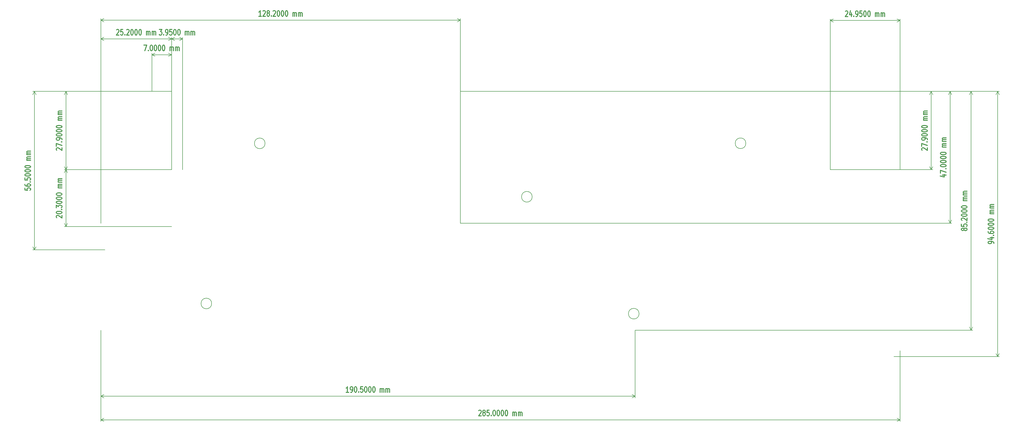
<source format=gbr>
%TF.GenerationSoftware,KiCad,Pcbnew,(6.0.4)*%
%TF.CreationDate,2022-10-29T20:57:45+01:00*%
%TF.ProjectId,nova75,6e6f7661-3735-42e6-9b69-6361645f7063,rev?*%
%TF.SameCoordinates,Original*%
%TF.FileFunction,Other,Comment*%
%FSLAX46Y46*%
G04 Gerber Fmt 4.6, Leading zero omitted, Abs format (unit mm)*
G04 Created by KiCad (PCBNEW (6.0.4)) date 2022-10-29 20:57:45*
%MOMM*%
%LPD*%
G01*
G04 APERTURE LIST*
%ADD10C,0.304800*%
%ADD11C,0.200000*%
%ADD12C,0.150000*%
G04 APERTURE END LIST*
D10*
X1834900Y-85983192D02*
X1834900Y-86708907D01*
X2802519Y-86781478D01*
X2705757Y-86708907D01*
X2608995Y-86563764D01*
X2608995Y-86200907D01*
X2705757Y-86055764D01*
X2802519Y-85983192D01*
X2996042Y-85910621D01*
X3479852Y-85910621D01*
X3673376Y-85983192D01*
X3770138Y-86055764D01*
X3866900Y-86200907D01*
X3866900Y-86563764D01*
X3770138Y-86708907D01*
X3673376Y-86781478D01*
X1834900Y-84604335D02*
X1834900Y-84894621D01*
X1931661Y-85039764D01*
X2028423Y-85112335D01*
X2318709Y-85257478D01*
X2705757Y-85330050D01*
X3479852Y-85330050D01*
X3673376Y-85257478D01*
X3770138Y-85184907D01*
X3866900Y-85039764D01*
X3866900Y-84749478D01*
X3770138Y-84604335D01*
X3673376Y-84531764D01*
X3479852Y-84459192D01*
X2996042Y-84459192D01*
X2802519Y-84531764D01*
X2705757Y-84604335D01*
X2608995Y-84749478D01*
X2608995Y-85039764D01*
X2705757Y-85184907D01*
X2802519Y-85257478D01*
X2996042Y-85330050D01*
X3673376Y-83806050D02*
X3770138Y-83733478D01*
X3866900Y-83806050D01*
X3770138Y-83878621D01*
X3673376Y-83806050D01*
X3866900Y-83806050D01*
X1834900Y-82354621D02*
X1834900Y-83080335D01*
X2802519Y-83152907D01*
X2705757Y-83080335D01*
X2608995Y-82935192D01*
X2608995Y-82572335D01*
X2705757Y-82427192D01*
X2802519Y-82354621D01*
X2996042Y-82282050D01*
X3479852Y-82282050D01*
X3673376Y-82354621D01*
X3770138Y-82427192D01*
X3866900Y-82572335D01*
X3866900Y-82935192D01*
X3770138Y-83080335D01*
X3673376Y-83152907D01*
X1834900Y-81338621D02*
X1834900Y-81193478D01*
X1931662Y-81048335D01*
X2028423Y-80975764D01*
X2221947Y-80903192D01*
X2608995Y-80830621D01*
X3092804Y-80830621D01*
X3479852Y-80903192D01*
X3673376Y-80975764D01*
X3770138Y-81048335D01*
X3866900Y-81193478D01*
X3866900Y-81338621D01*
X3770138Y-81483764D01*
X3673376Y-81556335D01*
X3479852Y-81628907D01*
X3092804Y-81701478D01*
X2608995Y-81701478D01*
X2221947Y-81628907D01*
X2028423Y-81556335D01*
X1931662Y-81483764D01*
X1834900Y-81338621D01*
X1834900Y-79887192D02*
X1834900Y-79742050D01*
X1931662Y-79596907D01*
X2028423Y-79524335D01*
X2221947Y-79451764D01*
X2608995Y-79379192D01*
X3092804Y-79379192D01*
X3479852Y-79451764D01*
X3673376Y-79524335D01*
X3770138Y-79596907D01*
X3866900Y-79742050D01*
X3866900Y-79887192D01*
X3770138Y-80032335D01*
X3673376Y-80104907D01*
X3479852Y-80177478D01*
X3092804Y-80250050D01*
X2608995Y-80250050D01*
X2221947Y-80177478D01*
X2028423Y-80104907D01*
X1931662Y-80032335D01*
X1834900Y-79887192D01*
X1834900Y-78435764D02*
X1834900Y-78290621D01*
X1931662Y-78145478D01*
X2028423Y-78072907D01*
X2221947Y-78000335D01*
X2608995Y-77927764D01*
X3092804Y-77927764D01*
X3479852Y-78000335D01*
X3673376Y-78072907D01*
X3770138Y-78145478D01*
X3866900Y-78290621D01*
X3866900Y-78435764D01*
X3770138Y-78580907D01*
X3673376Y-78653478D01*
X3479852Y-78726050D01*
X3092804Y-78798621D01*
X2608995Y-78798621D01*
X2221947Y-78726050D01*
X2028423Y-78653478D01*
X1931662Y-78580907D01*
X1834900Y-78435764D01*
X3866900Y-76113478D02*
X2512233Y-76113478D01*
X2705757Y-76113478D02*
X2608995Y-76040907D01*
X2512233Y-75895764D01*
X2512233Y-75678050D01*
X2608995Y-75532907D01*
X2802519Y-75460335D01*
X3866900Y-75460335D01*
X2802519Y-75460335D02*
X2608995Y-75387764D01*
X2512233Y-75242621D01*
X2512233Y-75024907D01*
X2608995Y-74879764D01*
X2802519Y-74807192D01*
X3866900Y-74807192D01*
X3866900Y-74081478D02*
X2512233Y-74081478D01*
X2705757Y-74081478D02*
X2608995Y-74008907D01*
X2512233Y-73863764D01*
X2512233Y-73646050D01*
X2608995Y-73500907D01*
X2802519Y-73428335D01*
X3866900Y-73428335D01*
X2802519Y-73428335D02*
X2608995Y-73355764D01*
X2512233Y-73210621D01*
X2512233Y-72992907D01*
X2608995Y-72847764D01*
X2802519Y-72775192D01*
X3866900Y-72775192D01*
D11*
X30434462Y-51492050D02*
X4698042Y-51492050D01*
X30434462Y-107992050D02*
X4698042Y-107992050D01*
X5284462Y-51492050D02*
X5284462Y-107992050D01*
X5284462Y-51492050D02*
X5284462Y-107992050D01*
X5284462Y-51492050D02*
X4698041Y-52618554D01*
X5284462Y-51492050D02*
X5870883Y-52618554D01*
X5284462Y-107992050D02*
X5870883Y-106865546D01*
X5284462Y-107992050D02*
X4698041Y-106865546D01*
D10*
X347366900Y-105686335D02*
X347366900Y-105396050D01*
X347270138Y-105250907D01*
X347173376Y-105178335D01*
X346883090Y-105033192D01*
X346496042Y-104960621D01*
X345721947Y-104960621D01*
X345528423Y-105033192D01*
X345431662Y-105105764D01*
X345334900Y-105250907D01*
X345334900Y-105541192D01*
X345431662Y-105686335D01*
X345528423Y-105758907D01*
X345721947Y-105831478D01*
X346205757Y-105831478D01*
X346399281Y-105758907D01*
X346496042Y-105686335D01*
X346592804Y-105541192D01*
X346592804Y-105250907D01*
X346496042Y-105105764D01*
X346399281Y-105033192D01*
X346205757Y-104960621D01*
X346012233Y-103654335D02*
X347366900Y-103654335D01*
X345238138Y-104017192D02*
X346689566Y-104380050D01*
X346689566Y-103436621D01*
X347173376Y-102856050D02*
X347270138Y-102783478D01*
X347366900Y-102856050D01*
X347270138Y-102928621D01*
X347173376Y-102856050D01*
X347366900Y-102856050D01*
X345334900Y-101477192D02*
X345334900Y-101767478D01*
X345431662Y-101912621D01*
X345528423Y-101985192D01*
X345818709Y-102130335D01*
X346205757Y-102202907D01*
X346979852Y-102202907D01*
X347173376Y-102130335D01*
X347270138Y-102057764D01*
X347366900Y-101912621D01*
X347366900Y-101622335D01*
X347270138Y-101477192D01*
X347173376Y-101404621D01*
X346979852Y-101332050D01*
X346496042Y-101332050D01*
X346302519Y-101404621D01*
X346205757Y-101477192D01*
X346108995Y-101622335D01*
X346108995Y-101912621D01*
X346205757Y-102057764D01*
X346302519Y-102130335D01*
X346496042Y-102202907D01*
X345334900Y-100388621D02*
X345334900Y-100243478D01*
X345431662Y-100098335D01*
X345528423Y-100025764D01*
X345721947Y-99953192D01*
X346108995Y-99880621D01*
X346592804Y-99880621D01*
X346979852Y-99953192D01*
X347173376Y-100025764D01*
X347270138Y-100098335D01*
X347366900Y-100243478D01*
X347366900Y-100388621D01*
X347270138Y-100533764D01*
X347173376Y-100606335D01*
X346979852Y-100678907D01*
X346592804Y-100751478D01*
X346108995Y-100751478D01*
X345721947Y-100678907D01*
X345528423Y-100606335D01*
X345431662Y-100533764D01*
X345334900Y-100388621D01*
X345334900Y-98937192D02*
X345334900Y-98792050D01*
X345431662Y-98646907D01*
X345528423Y-98574335D01*
X345721947Y-98501764D01*
X346108995Y-98429192D01*
X346592804Y-98429192D01*
X346979852Y-98501764D01*
X347173376Y-98574335D01*
X347270138Y-98646907D01*
X347366900Y-98792050D01*
X347366900Y-98937192D01*
X347270138Y-99082335D01*
X347173376Y-99154907D01*
X346979852Y-99227478D01*
X346592804Y-99300050D01*
X346108995Y-99300050D01*
X345721947Y-99227478D01*
X345528423Y-99154907D01*
X345431662Y-99082335D01*
X345334900Y-98937192D01*
X345334900Y-97485764D02*
X345334900Y-97340621D01*
X345431662Y-97195478D01*
X345528423Y-97122907D01*
X345721947Y-97050335D01*
X346108995Y-96977764D01*
X346592804Y-96977764D01*
X346979852Y-97050335D01*
X347173376Y-97122907D01*
X347270138Y-97195478D01*
X347366900Y-97340621D01*
X347366900Y-97485764D01*
X347270138Y-97630907D01*
X347173376Y-97703478D01*
X346979852Y-97776050D01*
X346592804Y-97848621D01*
X346108995Y-97848621D01*
X345721947Y-97776050D01*
X345528423Y-97703478D01*
X345431662Y-97630907D01*
X345334900Y-97485764D01*
X347366900Y-95163478D02*
X346012233Y-95163478D01*
X346205757Y-95163478D02*
X346108995Y-95090907D01*
X346012233Y-94945764D01*
X346012233Y-94728050D01*
X346108995Y-94582907D01*
X346302519Y-94510335D01*
X347366900Y-94510335D01*
X346302519Y-94510335D02*
X346108995Y-94437764D01*
X346012233Y-94292621D01*
X346012233Y-94074907D01*
X346108995Y-93929764D01*
X346302519Y-93857192D01*
X347366900Y-93857192D01*
X347366900Y-93131478D02*
X346012233Y-93131478D01*
X346205757Y-93131478D02*
X346108995Y-93058907D01*
X346012233Y-92913764D01*
X346012233Y-92696050D01*
X346108995Y-92550907D01*
X346302519Y-92478335D01*
X347366900Y-92478335D01*
X346302519Y-92478335D02*
X346108995Y-92405764D01*
X346012233Y-92260621D01*
X346012233Y-92042907D01*
X346108995Y-91897764D01*
X346302519Y-91825192D01*
X347366900Y-91825192D01*
D11*
X311784462Y-51492050D02*
X349370882Y-51492050D01*
X311784462Y-146092050D02*
X349370882Y-146092050D01*
X348784462Y-51492050D02*
X348784462Y-146092050D01*
X348784462Y-51492050D02*
X348784462Y-146092050D01*
X348784462Y-51492050D02*
X348198041Y-52618554D01*
X348784462Y-51492050D02*
X349370883Y-52618554D01*
X348784462Y-146092050D02*
X349370883Y-144965546D01*
X348784462Y-146092050D02*
X348198041Y-144965546D01*
D10*
X86180176Y-24654489D02*
X85309319Y-24654489D01*
X85744747Y-24654489D02*
X85744747Y-22622489D01*
X85599604Y-22912774D01*
X85454462Y-23106298D01*
X85309319Y-23203060D01*
X86760747Y-22816012D02*
X86833319Y-22719251D01*
X86978462Y-22622489D01*
X87341319Y-22622489D01*
X87486462Y-22719251D01*
X87559033Y-22816012D01*
X87631604Y-23009536D01*
X87631604Y-23203060D01*
X87559033Y-23493346D01*
X86688176Y-24654489D01*
X87631604Y-24654489D01*
X88502462Y-23493346D02*
X88357319Y-23396584D01*
X88284747Y-23299822D01*
X88212176Y-23106298D01*
X88212176Y-23009536D01*
X88284747Y-22816012D01*
X88357319Y-22719251D01*
X88502462Y-22622489D01*
X88792747Y-22622489D01*
X88937890Y-22719251D01*
X89010462Y-22816012D01*
X89083033Y-23009536D01*
X89083033Y-23106298D01*
X89010462Y-23299822D01*
X88937890Y-23396584D01*
X88792747Y-23493346D01*
X88502462Y-23493346D01*
X88357319Y-23590108D01*
X88284747Y-23686870D01*
X88212176Y-23880393D01*
X88212176Y-24267441D01*
X88284747Y-24460965D01*
X88357319Y-24557727D01*
X88502462Y-24654489D01*
X88792747Y-24654489D01*
X88937890Y-24557727D01*
X89010462Y-24460965D01*
X89083033Y-24267441D01*
X89083033Y-23880393D01*
X89010462Y-23686870D01*
X88937890Y-23590108D01*
X88792747Y-23493346D01*
X89736176Y-24460965D02*
X89808747Y-24557727D01*
X89736176Y-24654489D01*
X89663604Y-24557727D01*
X89736176Y-24460965D01*
X89736176Y-24654489D01*
X90389319Y-22816012D02*
X90461890Y-22719251D01*
X90607033Y-22622489D01*
X90969890Y-22622489D01*
X91115033Y-22719251D01*
X91187604Y-22816012D01*
X91260176Y-23009536D01*
X91260176Y-23203060D01*
X91187604Y-23493346D01*
X90316747Y-24654489D01*
X91260176Y-24654489D01*
X92203604Y-22622489D02*
X92348747Y-22622489D01*
X92493890Y-22719251D01*
X92566462Y-22816012D01*
X92639033Y-23009536D01*
X92711604Y-23396584D01*
X92711604Y-23880393D01*
X92639033Y-24267441D01*
X92566462Y-24460965D01*
X92493890Y-24557727D01*
X92348747Y-24654489D01*
X92203604Y-24654489D01*
X92058462Y-24557727D01*
X91985890Y-24460965D01*
X91913319Y-24267441D01*
X91840747Y-23880393D01*
X91840747Y-23396584D01*
X91913319Y-23009536D01*
X91985890Y-22816012D01*
X92058462Y-22719251D01*
X92203604Y-22622489D01*
X93655033Y-22622489D02*
X93800176Y-22622489D01*
X93945319Y-22719251D01*
X94017890Y-22816012D01*
X94090462Y-23009536D01*
X94163033Y-23396584D01*
X94163033Y-23880393D01*
X94090462Y-24267441D01*
X94017890Y-24460965D01*
X93945319Y-24557727D01*
X93800176Y-24654489D01*
X93655033Y-24654489D01*
X93509890Y-24557727D01*
X93437319Y-24460965D01*
X93364747Y-24267441D01*
X93292176Y-23880393D01*
X93292176Y-23396584D01*
X93364747Y-23009536D01*
X93437319Y-22816012D01*
X93509890Y-22719251D01*
X93655033Y-22622489D01*
X95106462Y-22622489D02*
X95251604Y-22622489D01*
X95396747Y-22719251D01*
X95469319Y-22816012D01*
X95541890Y-23009536D01*
X95614462Y-23396584D01*
X95614462Y-23880393D01*
X95541890Y-24267441D01*
X95469319Y-24460965D01*
X95396747Y-24557727D01*
X95251604Y-24654489D01*
X95106462Y-24654489D01*
X94961319Y-24557727D01*
X94888747Y-24460965D01*
X94816176Y-24267441D01*
X94743604Y-23880393D01*
X94743604Y-23396584D01*
X94816176Y-23009536D01*
X94888747Y-22816012D01*
X94961319Y-22719251D01*
X95106462Y-22622489D01*
X97428747Y-24654489D02*
X97428747Y-23299822D01*
X97428747Y-23493346D02*
X97501319Y-23396584D01*
X97646462Y-23299822D01*
X97864176Y-23299822D01*
X98009319Y-23396584D01*
X98081890Y-23590108D01*
X98081890Y-24654489D01*
X98081890Y-23590108D02*
X98154462Y-23396584D01*
X98299604Y-23299822D01*
X98517319Y-23299822D01*
X98662462Y-23396584D01*
X98735033Y-23590108D01*
X98735033Y-24654489D01*
X99460747Y-24654489D02*
X99460747Y-23299822D01*
X99460747Y-23493346D02*
X99533319Y-23396584D01*
X99678462Y-23299822D01*
X99896176Y-23299822D01*
X100041319Y-23396584D01*
X100113890Y-23590108D01*
X100113890Y-24654489D01*
X100113890Y-23590108D02*
X100186462Y-23396584D01*
X100331604Y-23299822D01*
X100549319Y-23299822D01*
X100694462Y-23396584D01*
X100767033Y-23590108D01*
X100767033Y-24654489D01*
D11*
X28974462Y-98492050D02*
X28974462Y-25485631D01*
X157174462Y-98492050D02*
X157174462Y-25485631D01*
X28974462Y-26072051D02*
X157174462Y-26072051D01*
X28974462Y-26072051D02*
X157174462Y-26072051D01*
X28974462Y-26072051D02*
X30100966Y-26658472D01*
X28974462Y-26072051D02*
X30100966Y-25485630D01*
X157174462Y-26072051D02*
X156047958Y-25485630D01*
X157174462Y-26072051D02*
X156047958Y-26658472D01*
D10*
X49763176Y-29322488D02*
X50706604Y-29322488D01*
X50198604Y-30096583D01*
X50416319Y-30096583D01*
X50561462Y-30193345D01*
X50634033Y-30290107D01*
X50706604Y-30483630D01*
X50706604Y-30967440D01*
X50634033Y-31160964D01*
X50561462Y-31257726D01*
X50416319Y-31354488D01*
X49980890Y-31354488D01*
X49835747Y-31257726D01*
X49763176Y-31160964D01*
X51359747Y-31160964D02*
X51432319Y-31257726D01*
X51359747Y-31354488D01*
X51287176Y-31257726D01*
X51359747Y-31160964D01*
X51359747Y-31354488D01*
X52158033Y-31354488D02*
X52448319Y-31354488D01*
X52593462Y-31257726D01*
X52666033Y-31160964D01*
X52811176Y-30870678D01*
X52883747Y-30483630D01*
X52883747Y-29709535D01*
X52811176Y-29516011D01*
X52738604Y-29419250D01*
X52593462Y-29322488D01*
X52303176Y-29322488D01*
X52158033Y-29419250D01*
X52085462Y-29516011D01*
X52012890Y-29709535D01*
X52012890Y-30193345D01*
X52085462Y-30386869D01*
X52158033Y-30483630D01*
X52303176Y-30580392D01*
X52593462Y-30580392D01*
X52738604Y-30483630D01*
X52811176Y-30386869D01*
X52883747Y-30193345D01*
X54262604Y-29322488D02*
X53536890Y-29322488D01*
X53464319Y-30290107D01*
X53536890Y-30193345D01*
X53682033Y-30096583D01*
X54044890Y-30096583D01*
X54190033Y-30193345D01*
X54262604Y-30290107D01*
X54335176Y-30483630D01*
X54335176Y-30967440D01*
X54262604Y-31160964D01*
X54190033Y-31257726D01*
X54044890Y-31354488D01*
X53682033Y-31354488D01*
X53536890Y-31257726D01*
X53464319Y-31160964D01*
X55278604Y-29322488D02*
X55423747Y-29322488D01*
X55568890Y-29419250D01*
X55641462Y-29516011D01*
X55714033Y-29709535D01*
X55786604Y-30096583D01*
X55786604Y-30580392D01*
X55714033Y-30967440D01*
X55641462Y-31160964D01*
X55568890Y-31257726D01*
X55423747Y-31354488D01*
X55278604Y-31354488D01*
X55133462Y-31257726D01*
X55060890Y-31160964D01*
X54988319Y-30967440D01*
X54915747Y-30580392D01*
X54915747Y-30096583D01*
X54988319Y-29709535D01*
X55060890Y-29516011D01*
X55133462Y-29419250D01*
X55278604Y-29322488D01*
X56730033Y-29322488D02*
X56875176Y-29322488D01*
X57020319Y-29419250D01*
X57092890Y-29516011D01*
X57165462Y-29709535D01*
X57238033Y-30096583D01*
X57238033Y-30580392D01*
X57165462Y-30967440D01*
X57092890Y-31160964D01*
X57020319Y-31257726D01*
X56875176Y-31354488D01*
X56730033Y-31354488D01*
X56584890Y-31257726D01*
X56512319Y-31160964D01*
X56439747Y-30967440D01*
X56367176Y-30580392D01*
X56367176Y-30096583D01*
X56439747Y-29709535D01*
X56512319Y-29516011D01*
X56584890Y-29419250D01*
X56730033Y-29322488D01*
X59052319Y-31354488D02*
X59052319Y-29999821D01*
X59052319Y-30193345D02*
X59124890Y-30096583D01*
X59270033Y-29999821D01*
X59487747Y-29999821D01*
X59632890Y-30096583D01*
X59705462Y-30290107D01*
X59705462Y-31354488D01*
X59705462Y-30290107D02*
X59778033Y-30096583D01*
X59923176Y-29999821D01*
X60140890Y-29999821D01*
X60286033Y-30096583D01*
X60358604Y-30290107D01*
X60358604Y-31354488D01*
X61084319Y-31354488D02*
X61084319Y-29999821D01*
X61084319Y-30193345D02*
X61156890Y-30096583D01*
X61302033Y-29999821D01*
X61519747Y-29999821D01*
X61664890Y-30096583D01*
X61737462Y-30290107D01*
X61737462Y-31354488D01*
X61737462Y-30290107D02*
X61810033Y-30096583D01*
X61955176Y-29999821D01*
X62172890Y-29999821D01*
X62318033Y-30096583D01*
X62390604Y-30290107D01*
X62390604Y-31354488D01*
D11*
X54174462Y-79392050D02*
X54174462Y-32185630D01*
X58124462Y-79392050D02*
X58124462Y-32185630D01*
X54174462Y-32772050D02*
X58124462Y-32772050D01*
X54174462Y-32772050D02*
X58124462Y-32772050D01*
X54174462Y-32772050D02*
X55300966Y-33358471D01*
X54174462Y-32772050D02*
X55300966Y-32185629D01*
X58124462Y-32772050D02*
X56997958Y-32185629D01*
X58124462Y-32772050D02*
X56997958Y-33358471D01*
D10*
X117330176Y-158854488D02*
X116459319Y-158854488D01*
X116894747Y-158854488D02*
X116894747Y-156822488D01*
X116749604Y-157112773D01*
X116604462Y-157306297D01*
X116459319Y-157403059D01*
X118055890Y-158854488D02*
X118346176Y-158854488D01*
X118491319Y-158757726D01*
X118563890Y-158660964D01*
X118709033Y-158370678D01*
X118781604Y-157983630D01*
X118781604Y-157209535D01*
X118709033Y-157016011D01*
X118636462Y-156919250D01*
X118491319Y-156822488D01*
X118201033Y-156822488D01*
X118055890Y-156919250D01*
X117983319Y-157016011D01*
X117910747Y-157209535D01*
X117910747Y-157693345D01*
X117983319Y-157886869D01*
X118055890Y-157983630D01*
X118201033Y-158080392D01*
X118491319Y-158080392D01*
X118636462Y-157983630D01*
X118709033Y-157886869D01*
X118781604Y-157693345D01*
X119725033Y-156822488D02*
X119870176Y-156822488D01*
X120015319Y-156919250D01*
X120087890Y-157016011D01*
X120160462Y-157209535D01*
X120233033Y-157596583D01*
X120233033Y-158080392D01*
X120160462Y-158467440D01*
X120087890Y-158660964D01*
X120015319Y-158757726D01*
X119870176Y-158854488D01*
X119725033Y-158854488D01*
X119579890Y-158757726D01*
X119507319Y-158660964D01*
X119434747Y-158467440D01*
X119362176Y-158080392D01*
X119362176Y-157596583D01*
X119434747Y-157209535D01*
X119507319Y-157016011D01*
X119579890Y-156919250D01*
X119725033Y-156822488D01*
X120886176Y-158660964D02*
X120958747Y-158757726D01*
X120886176Y-158854488D01*
X120813604Y-158757726D01*
X120886176Y-158660964D01*
X120886176Y-158854488D01*
X122337604Y-156822488D02*
X121611890Y-156822488D01*
X121539319Y-157790107D01*
X121611890Y-157693345D01*
X121757033Y-157596583D01*
X122119890Y-157596583D01*
X122265033Y-157693345D01*
X122337604Y-157790107D01*
X122410176Y-157983630D01*
X122410176Y-158467440D01*
X122337604Y-158660964D01*
X122265033Y-158757726D01*
X122119890Y-158854488D01*
X121757033Y-158854488D01*
X121611890Y-158757726D01*
X121539319Y-158660964D01*
X123353604Y-156822488D02*
X123498747Y-156822488D01*
X123643890Y-156919250D01*
X123716462Y-157016011D01*
X123789033Y-157209535D01*
X123861604Y-157596583D01*
X123861604Y-158080392D01*
X123789033Y-158467440D01*
X123716462Y-158660964D01*
X123643890Y-158757726D01*
X123498747Y-158854488D01*
X123353604Y-158854488D01*
X123208462Y-158757726D01*
X123135890Y-158660964D01*
X123063319Y-158467440D01*
X122990747Y-158080392D01*
X122990747Y-157596583D01*
X123063319Y-157209535D01*
X123135890Y-157016011D01*
X123208462Y-156919250D01*
X123353604Y-156822488D01*
X124805033Y-156822488D02*
X124950176Y-156822488D01*
X125095319Y-156919250D01*
X125167890Y-157016011D01*
X125240462Y-157209535D01*
X125313033Y-157596583D01*
X125313033Y-158080392D01*
X125240462Y-158467440D01*
X125167890Y-158660964D01*
X125095319Y-158757726D01*
X124950176Y-158854488D01*
X124805033Y-158854488D01*
X124659890Y-158757726D01*
X124587319Y-158660964D01*
X124514747Y-158467440D01*
X124442176Y-158080392D01*
X124442176Y-157596583D01*
X124514747Y-157209535D01*
X124587319Y-157016011D01*
X124659890Y-156919250D01*
X124805033Y-156822488D01*
X126256462Y-156822488D02*
X126401604Y-156822488D01*
X126546747Y-156919250D01*
X126619319Y-157016011D01*
X126691890Y-157209535D01*
X126764462Y-157596583D01*
X126764462Y-158080392D01*
X126691890Y-158467440D01*
X126619319Y-158660964D01*
X126546747Y-158757726D01*
X126401604Y-158854488D01*
X126256462Y-158854488D01*
X126111319Y-158757726D01*
X126038747Y-158660964D01*
X125966176Y-158467440D01*
X125893604Y-158080392D01*
X125893604Y-157596583D01*
X125966176Y-157209535D01*
X126038747Y-157016011D01*
X126111319Y-156919250D01*
X126256462Y-156822488D01*
X128578747Y-158854488D02*
X128578747Y-157499821D01*
X128578747Y-157693345D02*
X128651319Y-157596583D01*
X128796462Y-157499821D01*
X129014176Y-157499821D01*
X129159319Y-157596583D01*
X129231890Y-157790107D01*
X129231890Y-158854488D01*
X129231890Y-157790107D02*
X129304462Y-157596583D01*
X129449604Y-157499821D01*
X129667319Y-157499821D01*
X129812462Y-157596583D01*
X129885033Y-157790107D01*
X129885033Y-158854488D01*
X130610747Y-158854488D02*
X130610747Y-157499821D01*
X130610747Y-157693345D02*
X130683319Y-157596583D01*
X130828462Y-157499821D01*
X131046176Y-157499821D01*
X131191319Y-157596583D01*
X131263890Y-157790107D01*
X131263890Y-158854488D01*
X131263890Y-157790107D02*
X131336462Y-157596583D01*
X131481604Y-157499821D01*
X131699319Y-157499821D01*
X131844462Y-157596583D01*
X131917033Y-157790107D01*
X131917033Y-158854488D01*
D11*
X28974462Y-136692050D02*
X28974462Y-160858470D01*
X219474462Y-136692050D02*
X219474462Y-160858470D01*
X28974462Y-160272050D02*
X219474462Y-160272050D01*
X28974462Y-160272050D02*
X219474462Y-160272050D01*
X28974462Y-160272050D02*
X30100966Y-160858471D01*
X28974462Y-160272050D02*
X30100966Y-159685629D01*
X219474462Y-160272050D02*
X218347958Y-159685629D01*
X219474462Y-160272050D02*
X218347958Y-160858471D01*
D10*
X13228423Y-96581478D02*
X13131662Y-96508907D01*
X13034900Y-96363764D01*
X13034900Y-96000907D01*
X13131662Y-95855764D01*
X13228423Y-95783192D01*
X13421947Y-95710621D01*
X13615471Y-95710621D01*
X13905757Y-95783192D01*
X15066900Y-96654050D01*
X15066900Y-95710621D01*
X13034900Y-94767192D02*
X13034900Y-94622050D01*
X13131662Y-94476907D01*
X13228423Y-94404335D01*
X13421947Y-94331764D01*
X13808995Y-94259192D01*
X14292804Y-94259192D01*
X14679852Y-94331764D01*
X14873376Y-94404335D01*
X14970138Y-94476907D01*
X15066900Y-94622050D01*
X15066900Y-94767192D01*
X14970138Y-94912335D01*
X14873376Y-94984907D01*
X14679852Y-95057478D01*
X14292804Y-95130050D01*
X13808995Y-95130050D01*
X13421947Y-95057478D01*
X13228423Y-94984907D01*
X13131662Y-94912335D01*
X13034900Y-94767192D01*
X14873376Y-93606050D02*
X14970138Y-93533478D01*
X15066900Y-93606050D01*
X14970138Y-93678621D01*
X14873376Y-93606050D01*
X15066900Y-93606050D01*
X13034900Y-93025478D02*
X13034900Y-92082050D01*
X13808995Y-92590050D01*
X13808995Y-92372335D01*
X13905757Y-92227192D01*
X14002519Y-92154621D01*
X14196042Y-92082050D01*
X14679852Y-92082050D01*
X14873376Y-92154621D01*
X14970138Y-92227192D01*
X15066900Y-92372335D01*
X15066900Y-92807764D01*
X14970138Y-92952907D01*
X14873376Y-93025478D01*
X13034900Y-91138621D02*
X13034900Y-90993478D01*
X13131662Y-90848335D01*
X13228423Y-90775764D01*
X13421947Y-90703192D01*
X13808995Y-90630621D01*
X14292804Y-90630621D01*
X14679852Y-90703192D01*
X14873376Y-90775764D01*
X14970138Y-90848335D01*
X15066900Y-90993478D01*
X15066900Y-91138621D01*
X14970138Y-91283764D01*
X14873376Y-91356335D01*
X14679852Y-91428907D01*
X14292804Y-91501478D01*
X13808995Y-91501478D01*
X13421947Y-91428907D01*
X13228423Y-91356335D01*
X13131662Y-91283764D01*
X13034900Y-91138621D01*
X13034900Y-89687192D02*
X13034900Y-89542050D01*
X13131662Y-89396907D01*
X13228423Y-89324335D01*
X13421947Y-89251764D01*
X13808995Y-89179192D01*
X14292804Y-89179192D01*
X14679852Y-89251764D01*
X14873376Y-89324335D01*
X14970138Y-89396907D01*
X15066900Y-89542050D01*
X15066900Y-89687192D01*
X14970138Y-89832335D01*
X14873376Y-89904907D01*
X14679852Y-89977478D01*
X14292804Y-90050050D01*
X13808995Y-90050050D01*
X13421947Y-89977478D01*
X13228423Y-89904907D01*
X13131662Y-89832335D01*
X13034900Y-89687192D01*
X13034900Y-88235764D02*
X13034900Y-88090621D01*
X13131662Y-87945478D01*
X13228423Y-87872907D01*
X13421947Y-87800335D01*
X13808995Y-87727764D01*
X14292804Y-87727764D01*
X14679852Y-87800335D01*
X14873376Y-87872907D01*
X14970138Y-87945478D01*
X15066900Y-88090621D01*
X15066900Y-88235764D01*
X14970138Y-88380907D01*
X14873376Y-88453478D01*
X14679852Y-88526050D01*
X14292804Y-88598621D01*
X13808995Y-88598621D01*
X13421947Y-88526050D01*
X13228423Y-88453478D01*
X13131662Y-88380907D01*
X13034900Y-88235764D01*
X15066900Y-85913478D02*
X13712233Y-85913478D01*
X13905757Y-85913478D02*
X13808995Y-85840907D01*
X13712233Y-85695764D01*
X13712233Y-85478050D01*
X13808995Y-85332907D01*
X14002519Y-85260335D01*
X15066900Y-85260335D01*
X14002519Y-85260335D02*
X13808995Y-85187764D01*
X13712233Y-85042621D01*
X13712233Y-84824907D01*
X13808995Y-84679764D01*
X14002519Y-84607192D01*
X15066900Y-84607192D01*
X15066900Y-83881478D02*
X13712233Y-83881478D01*
X13905757Y-83881478D02*
X13808995Y-83808907D01*
X13712233Y-83663764D01*
X13712233Y-83446050D01*
X13808995Y-83300907D01*
X14002519Y-83228335D01*
X15066900Y-83228335D01*
X14002519Y-83228335D02*
X13808995Y-83155764D01*
X13712233Y-83010621D01*
X13712233Y-82792907D01*
X13808995Y-82647764D01*
X14002519Y-82575192D01*
X15066900Y-82575192D01*
D11*
X54174462Y-79392050D02*
X15898042Y-79392050D01*
X54174462Y-99692050D02*
X15898042Y-99692050D01*
X16484462Y-79392050D02*
X16484462Y-99692050D01*
X16484462Y-79392050D02*
X16484462Y-99692050D01*
X16484462Y-79392050D02*
X15898041Y-80518554D01*
X16484462Y-79392050D02*
X17070883Y-80518554D01*
X16484462Y-99692050D02*
X17070883Y-98565546D01*
X16484462Y-99692050D02*
X15898041Y-98565546D01*
D10*
X294460033Y-22916012D02*
X294532604Y-22819251D01*
X294677747Y-22722489D01*
X295040604Y-22722489D01*
X295185747Y-22819251D01*
X295258319Y-22916012D01*
X295330890Y-23109536D01*
X295330890Y-23303060D01*
X295258319Y-23593346D01*
X294387462Y-24754489D01*
X295330890Y-24754489D01*
X296637176Y-23399822D02*
X296637176Y-24754489D01*
X296274319Y-22625727D02*
X295911462Y-24077155D01*
X296854890Y-24077155D01*
X297435462Y-24560965D02*
X297508033Y-24657727D01*
X297435462Y-24754489D01*
X297362890Y-24657727D01*
X297435462Y-24560965D01*
X297435462Y-24754489D01*
X298233747Y-24754489D02*
X298524033Y-24754489D01*
X298669176Y-24657727D01*
X298741747Y-24560965D01*
X298886890Y-24270679D01*
X298959462Y-23883631D01*
X298959462Y-23109536D01*
X298886890Y-22916012D01*
X298814319Y-22819251D01*
X298669176Y-22722489D01*
X298378890Y-22722489D01*
X298233747Y-22819251D01*
X298161176Y-22916012D01*
X298088604Y-23109536D01*
X298088604Y-23593346D01*
X298161176Y-23786870D01*
X298233747Y-23883631D01*
X298378890Y-23980393D01*
X298669176Y-23980393D01*
X298814319Y-23883631D01*
X298886890Y-23786870D01*
X298959462Y-23593346D01*
X300338319Y-22722489D02*
X299612604Y-22722489D01*
X299540033Y-23690108D01*
X299612604Y-23593346D01*
X299757747Y-23496584D01*
X300120604Y-23496584D01*
X300265747Y-23593346D01*
X300338319Y-23690108D01*
X300410890Y-23883631D01*
X300410890Y-24367441D01*
X300338319Y-24560965D01*
X300265747Y-24657727D01*
X300120604Y-24754489D01*
X299757747Y-24754489D01*
X299612604Y-24657727D01*
X299540033Y-24560965D01*
X301354319Y-22722489D02*
X301499462Y-22722489D01*
X301644604Y-22819251D01*
X301717176Y-22916012D01*
X301789747Y-23109536D01*
X301862319Y-23496584D01*
X301862319Y-23980393D01*
X301789747Y-24367441D01*
X301717176Y-24560965D01*
X301644604Y-24657727D01*
X301499462Y-24754489D01*
X301354319Y-24754489D01*
X301209176Y-24657727D01*
X301136604Y-24560965D01*
X301064033Y-24367441D01*
X300991462Y-23980393D01*
X300991462Y-23496584D01*
X301064033Y-23109536D01*
X301136604Y-22916012D01*
X301209176Y-22819251D01*
X301354319Y-22722489D01*
X302805747Y-22722489D02*
X302950890Y-22722489D01*
X303096033Y-22819251D01*
X303168604Y-22916012D01*
X303241176Y-23109536D01*
X303313747Y-23496584D01*
X303313747Y-23980393D01*
X303241176Y-24367441D01*
X303168604Y-24560965D01*
X303096033Y-24657727D01*
X302950890Y-24754489D01*
X302805747Y-24754489D01*
X302660604Y-24657727D01*
X302588033Y-24560965D01*
X302515462Y-24367441D01*
X302442890Y-23980393D01*
X302442890Y-23496584D01*
X302515462Y-23109536D01*
X302588033Y-22916012D01*
X302660604Y-22819251D01*
X302805747Y-22722489D01*
X305128033Y-24754489D02*
X305128033Y-23399822D01*
X305128033Y-23593346D02*
X305200604Y-23496584D01*
X305345747Y-23399822D01*
X305563462Y-23399822D01*
X305708604Y-23496584D01*
X305781176Y-23690108D01*
X305781176Y-24754489D01*
X305781176Y-23690108D02*
X305853747Y-23496584D01*
X305998890Y-23399822D01*
X306216604Y-23399822D01*
X306361747Y-23496584D01*
X306434319Y-23690108D01*
X306434319Y-24754489D01*
X307160033Y-24754489D02*
X307160033Y-23399822D01*
X307160033Y-23593346D02*
X307232604Y-23496584D01*
X307377747Y-23399822D01*
X307595462Y-23399822D01*
X307740604Y-23496584D01*
X307813176Y-23690108D01*
X307813176Y-24754489D01*
X307813176Y-23690108D02*
X307885747Y-23496584D01*
X308030890Y-23399822D01*
X308248604Y-23399822D01*
X308393747Y-23496584D01*
X308466319Y-23690108D01*
X308466319Y-24754489D01*
D11*
X313974462Y-79392050D02*
X313974462Y-25585631D01*
X289024462Y-79392050D02*
X289024462Y-25585631D01*
X313974462Y-26172051D02*
X289024462Y-26172051D01*
X313974462Y-26172051D02*
X289024462Y-26172051D01*
X313974462Y-26172051D02*
X312847958Y-25585630D01*
X313974462Y-26172051D02*
X312847958Y-26758472D01*
X289024462Y-26172051D02*
X290150966Y-26758472D01*
X289024462Y-26172051D02*
X290150966Y-25585630D01*
D10*
X34535033Y-29516011D02*
X34607604Y-29419250D01*
X34752747Y-29322488D01*
X35115604Y-29322488D01*
X35260747Y-29419250D01*
X35333319Y-29516011D01*
X35405890Y-29709535D01*
X35405890Y-29903059D01*
X35333319Y-30193345D01*
X34462462Y-31354488D01*
X35405890Y-31354488D01*
X36784747Y-29322488D02*
X36059033Y-29322488D01*
X35986462Y-30290107D01*
X36059033Y-30193345D01*
X36204176Y-30096583D01*
X36567033Y-30096583D01*
X36712176Y-30193345D01*
X36784747Y-30290107D01*
X36857319Y-30483630D01*
X36857319Y-30967440D01*
X36784747Y-31160964D01*
X36712176Y-31257726D01*
X36567033Y-31354488D01*
X36204176Y-31354488D01*
X36059033Y-31257726D01*
X35986462Y-31160964D01*
X37510462Y-31160964D02*
X37583033Y-31257726D01*
X37510462Y-31354488D01*
X37437890Y-31257726D01*
X37510462Y-31160964D01*
X37510462Y-31354488D01*
X38163604Y-29516011D02*
X38236176Y-29419250D01*
X38381319Y-29322488D01*
X38744176Y-29322488D01*
X38889319Y-29419250D01*
X38961890Y-29516011D01*
X39034462Y-29709535D01*
X39034462Y-29903059D01*
X38961890Y-30193345D01*
X38091033Y-31354488D01*
X39034462Y-31354488D01*
X39977890Y-29322488D02*
X40123033Y-29322488D01*
X40268176Y-29419250D01*
X40340747Y-29516011D01*
X40413319Y-29709535D01*
X40485890Y-30096583D01*
X40485890Y-30580392D01*
X40413319Y-30967440D01*
X40340747Y-31160964D01*
X40268176Y-31257726D01*
X40123033Y-31354488D01*
X39977890Y-31354488D01*
X39832747Y-31257726D01*
X39760176Y-31160964D01*
X39687604Y-30967440D01*
X39615033Y-30580392D01*
X39615033Y-30096583D01*
X39687604Y-29709535D01*
X39760176Y-29516011D01*
X39832747Y-29419250D01*
X39977890Y-29322488D01*
X41429319Y-29322488D02*
X41574462Y-29322488D01*
X41719604Y-29419250D01*
X41792176Y-29516011D01*
X41864747Y-29709535D01*
X41937319Y-30096583D01*
X41937319Y-30580392D01*
X41864747Y-30967440D01*
X41792176Y-31160964D01*
X41719604Y-31257726D01*
X41574462Y-31354488D01*
X41429319Y-31354488D01*
X41284176Y-31257726D01*
X41211604Y-31160964D01*
X41139033Y-30967440D01*
X41066462Y-30580392D01*
X41066462Y-30096583D01*
X41139033Y-29709535D01*
X41211604Y-29516011D01*
X41284176Y-29419250D01*
X41429319Y-29322488D01*
X42880747Y-29322488D02*
X43025890Y-29322488D01*
X43171033Y-29419250D01*
X43243604Y-29516011D01*
X43316176Y-29709535D01*
X43388747Y-30096583D01*
X43388747Y-30580392D01*
X43316176Y-30967440D01*
X43243604Y-31160964D01*
X43171033Y-31257726D01*
X43025890Y-31354488D01*
X42880747Y-31354488D01*
X42735604Y-31257726D01*
X42663033Y-31160964D01*
X42590462Y-30967440D01*
X42517890Y-30580392D01*
X42517890Y-30096583D01*
X42590462Y-29709535D01*
X42663033Y-29516011D01*
X42735604Y-29419250D01*
X42880747Y-29322488D01*
X45203033Y-31354488D02*
X45203033Y-29999821D01*
X45203033Y-30193345D02*
X45275604Y-30096583D01*
X45420747Y-29999821D01*
X45638462Y-29999821D01*
X45783604Y-30096583D01*
X45856176Y-30290107D01*
X45856176Y-31354488D01*
X45856176Y-30290107D02*
X45928747Y-30096583D01*
X46073890Y-29999821D01*
X46291604Y-29999821D01*
X46436747Y-30096583D01*
X46509319Y-30290107D01*
X46509319Y-31354488D01*
X47235033Y-31354488D02*
X47235033Y-29999821D01*
X47235033Y-30193345D02*
X47307604Y-30096583D01*
X47452747Y-29999821D01*
X47670462Y-29999821D01*
X47815604Y-30096583D01*
X47888176Y-30290107D01*
X47888176Y-31354488D01*
X47888176Y-30290107D02*
X47960747Y-30096583D01*
X48105890Y-29999821D01*
X48323604Y-29999821D01*
X48468747Y-30096583D01*
X48541319Y-30290107D01*
X48541319Y-31354488D01*
D11*
X28974462Y-79392050D02*
X28974462Y-32185630D01*
X54174462Y-79392050D02*
X54174462Y-32185630D01*
X28974462Y-32772050D02*
X54174462Y-32772050D01*
X28974462Y-32772050D02*
X54174462Y-32772050D01*
X28974462Y-32772050D02*
X30100966Y-33358471D01*
X28974462Y-32772050D02*
X30100966Y-32185629D01*
X54174462Y-32772050D02*
X53047958Y-32185629D01*
X54174462Y-32772050D02*
X53047958Y-33358471D01*
D10*
X163709319Y-165416010D02*
X163781890Y-165319249D01*
X163927033Y-165222487D01*
X164289890Y-165222487D01*
X164435033Y-165319249D01*
X164507604Y-165416010D01*
X164580176Y-165609534D01*
X164580176Y-165803058D01*
X164507604Y-166093344D01*
X163636747Y-167254487D01*
X164580176Y-167254487D01*
X165451033Y-166093344D02*
X165305890Y-165996582D01*
X165233319Y-165899820D01*
X165160747Y-165706296D01*
X165160747Y-165609534D01*
X165233319Y-165416010D01*
X165305890Y-165319249D01*
X165451033Y-165222487D01*
X165741319Y-165222487D01*
X165886462Y-165319249D01*
X165959033Y-165416010D01*
X166031604Y-165609534D01*
X166031604Y-165706296D01*
X165959033Y-165899820D01*
X165886462Y-165996582D01*
X165741319Y-166093344D01*
X165451033Y-166093344D01*
X165305890Y-166190106D01*
X165233319Y-166286868D01*
X165160747Y-166480391D01*
X165160747Y-166867439D01*
X165233319Y-167060963D01*
X165305890Y-167157725D01*
X165451033Y-167254487D01*
X165741319Y-167254487D01*
X165886462Y-167157725D01*
X165959033Y-167060963D01*
X166031604Y-166867439D01*
X166031604Y-166480391D01*
X165959033Y-166286868D01*
X165886462Y-166190106D01*
X165741319Y-166093344D01*
X167410462Y-165222487D02*
X166684747Y-165222487D01*
X166612176Y-166190106D01*
X166684747Y-166093344D01*
X166829890Y-165996582D01*
X167192747Y-165996582D01*
X167337890Y-166093344D01*
X167410462Y-166190106D01*
X167483033Y-166383629D01*
X167483033Y-166867439D01*
X167410462Y-167060963D01*
X167337890Y-167157725D01*
X167192747Y-167254487D01*
X166829890Y-167254487D01*
X166684747Y-167157725D01*
X166612176Y-167060963D01*
X168136176Y-167060963D02*
X168208747Y-167157725D01*
X168136176Y-167254487D01*
X168063604Y-167157725D01*
X168136176Y-167060963D01*
X168136176Y-167254487D01*
X169152176Y-165222487D02*
X169297319Y-165222487D01*
X169442462Y-165319249D01*
X169515033Y-165416010D01*
X169587604Y-165609534D01*
X169660176Y-165996582D01*
X169660176Y-166480391D01*
X169587604Y-166867439D01*
X169515033Y-167060963D01*
X169442462Y-167157725D01*
X169297319Y-167254487D01*
X169152176Y-167254487D01*
X169007033Y-167157725D01*
X168934462Y-167060963D01*
X168861890Y-166867439D01*
X168789319Y-166480391D01*
X168789319Y-165996582D01*
X168861890Y-165609534D01*
X168934462Y-165416010D01*
X169007033Y-165319249D01*
X169152176Y-165222487D01*
X170603604Y-165222487D02*
X170748747Y-165222487D01*
X170893890Y-165319249D01*
X170966462Y-165416010D01*
X171039033Y-165609534D01*
X171111604Y-165996582D01*
X171111604Y-166480391D01*
X171039033Y-166867439D01*
X170966462Y-167060963D01*
X170893890Y-167157725D01*
X170748747Y-167254487D01*
X170603604Y-167254487D01*
X170458462Y-167157725D01*
X170385890Y-167060963D01*
X170313319Y-166867439D01*
X170240747Y-166480391D01*
X170240747Y-165996582D01*
X170313319Y-165609534D01*
X170385890Y-165416010D01*
X170458462Y-165319249D01*
X170603604Y-165222487D01*
X172055033Y-165222487D02*
X172200176Y-165222487D01*
X172345319Y-165319249D01*
X172417890Y-165416010D01*
X172490462Y-165609534D01*
X172563033Y-165996582D01*
X172563033Y-166480391D01*
X172490462Y-166867439D01*
X172417890Y-167060963D01*
X172345319Y-167157725D01*
X172200176Y-167254487D01*
X172055033Y-167254487D01*
X171909890Y-167157725D01*
X171837319Y-167060963D01*
X171764747Y-166867439D01*
X171692176Y-166480391D01*
X171692176Y-165996582D01*
X171764747Y-165609534D01*
X171837319Y-165416010D01*
X171909890Y-165319249D01*
X172055033Y-165222487D01*
X173506462Y-165222487D02*
X173651604Y-165222487D01*
X173796747Y-165319249D01*
X173869319Y-165416010D01*
X173941890Y-165609534D01*
X174014462Y-165996582D01*
X174014462Y-166480391D01*
X173941890Y-166867439D01*
X173869319Y-167060963D01*
X173796747Y-167157725D01*
X173651604Y-167254487D01*
X173506462Y-167254487D01*
X173361319Y-167157725D01*
X173288747Y-167060963D01*
X173216176Y-166867439D01*
X173143604Y-166480391D01*
X173143604Y-165996582D01*
X173216176Y-165609534D01*
X173288747Y-165416010D01*
X173361319Y-165319249D01*
X173506462Y-165222487D01*
X175828747Y-167254487D02*
X175828747Y-165899820D01*
X175828747Y-166093344D02*
X175901319Y-165996582D01*
X176046462Y-165899820D01*
X176264176Y-165899820D01*
X176409319Y-165996582D01*
X176481890Y-166190106D01*
X176481890Y-167254487D01*
X176481890Y-166190106D02*
X176554462Y-165996582D01*
X176699604Y-165899820D01*
X176917319Y-165899820D01*
X177062462Y-165996582D01*
X177135033Y-166190106D01*
X177135033Y-167254487D01*
X177860747Y-167254487D02*
X177860747Y-165899820D01*
X177860747Y-166093344D02*
X177933319Y-165996582D01*
X178078462Y-165899820D01*
X178296176Y-165899820D01*
X178441319Y-165996582D01*
X178513890Y-166190106D01*
X178513890Y-167254487D01*
X178513890Y-166190106D02*
X178586462Y-165996582D01*
X178731604Y-165899820D01*
X178949319Y-165899820D01*
X179094462Y-165996582D01*
X179167033Y-166190106D01*
X179167033Y-167254487D01*
D11*
X313974462Y-144012050D02*
X313974462Y-169258469D01*
X28974462Y-144012050D02*
X28974462Y-169258469D01*
X313974462Y-168672049D02*
X28974462Y-168672049D01*
X313974462Y-168672049D02*
X28974462Y-168672049D01*
X313974462Y-168672049D02*
X312847958Y-168085628D01*
X313974462Y-168672049D02*
X312847958Y-169258470D01*
X28974462Y-168672049D02*
X30100966Y-169258470D01*
X28974462Y-168672049D02*
X30100966Y-168085628D01*
D10*
X336705757Y-100841192D02*
X336608995Y-100986335D01*
X336512233Y-101058907D01*
X336318709Y-101131478D01*
X336221947Y-101131478D01*
X336028423Y-101058907D01*
X335931662Y-100986335D01*
X335834900Y-100841192D01*
X335834900Y-100550907D01*
X335931662Y-100405764D01*
X336028423Y-100333192D01*
X336221947Y-100260621D01*
X336318709Y-100260621D01*
X336512233Y-100333192D01*
X336608995Y-100405764D01*
X336705757Y-100550907D01*
X336705757Y-100841192D01*
X336802519Y-100986335D01*
X336899281Y-101058907D01*
X337092804Y-101131478D01*
X337479852Y-101131478D01*
X337673376Y-101058907D01*
X337770138Y-100986335D01*
X337866900Y-100841192D01*
X337866900Y-100550907D01*
X337770138Y-100405764D01*
X337673376Y-100333192D01*
X337479852Y-100260621D01*
X337092804Y-100260621D01*
X336899281Y-100333192D01*
X336802519Y-100405764D01*
X336705757Y-100550907D01*
X335834900Y-98881764D02*
X335834900Y-99607478D01*
X336802519Y-99680050D01*
X336705757Y-99607478D01*
X336608995Y-99462335D01*
X336608995Y-99099478D01*
X336705757Y-98954335D01*
X336802519Y-98881764D01*
X336996042Y-98809192D01*
X337479852Y-98809192D01*
X337673376Y-98881764D01*
X337770138Y-98954335D01*
X337866900Y-99099478D01*
X337866900Y-99462335D01*
X337770138Y-99607478D01*
X337673376Y-99680050D01*
X337673376Y-98156050D02*
X337770138Y-98083478D01*
X337866900Y-98156050D01*
X337770138Y-98228621D01*
X337673376Y-98156050D01*
X337866900Y-98156050D01*
X336028423Y-97502907D02*
X335931662Y-97430335D01*
X335834900Y-97285192D01*
X335834900Y-96922335D01*
X335931662Y-96777192D01*
X336028423Y-96704621D01*
X336221947Y-96632050D01*
X336415471Y-96632050D01*
X336705757Y-96704621D01*
X337866900Y-97575478D01*
X337866900Y-96632050D01*
X335834900Y-95688621D02*
X335834900Y-95543478D01*
X335931662Y-95398335D01*
X336028423Y-95325764D01*
X336221947Y-95253192D01*
X336608995Y-95180621D01*
X337092804Y-95180621D01*
X337479852Y-95253192D01*
X337673376Y-95325764D01*
X337770138Y-95398335D01*
X337866900Y-95543478D01*
X337866900Y-95688621D01*
X337770138Y-95833764D01*
X337673376Y-95906335D01*
X337479852Y-95978907D01*
X337092804Y-96051478D01*
X336608995Y-96051478D01*
X336221947Y-95978907D01*
X336028423Y-95906335D01*
X335931662Y-95833764D01*
X335834900Y-95688621D01*
X335834900Y-94237192D02*
X335834900Y-94092050D01*
X335931662Y-93946907D01*
X336028423Y-93874335D01*
X336221947Y-93801764D01*
X336608995Y-93729192D01*
X337092804Y-93729192D01*
X337479852Y-93801764D01*
X337673376Y-93874335D01*
X337770138Y-93946907D01*
X337866900Y-94092050D01*
X337866900Y-94237192D01*
X337770138Y-94382335D01*
X337673376Y-94454907D01*
X337479852Y-94527478D01*
X337092804Y-94600050D01*
X336608995Y-94600050D01*
X336221947Y-94527478D01*
X336028423Y-94454907D01*
X335931662Y-94382335D01*
X335834900Y-94237192D01*
X335834900Y-92785764D02*
X335834900Y-92640621D01*
X335931662Y-92495478D01*
X336028423Y-92422907D01*
X336221947Y-92350335D01*
X336608995Y-92277764D01*
X337092804Y-92277764D01*
X337479852Y-92350335D01*
X337673376Y-92422907D01*
X337770138Y-92495478D01*
X337866900Y-92640621D01*
X337866900Y-92785764D01*
X337770138Y-92930907D01*
X337673376Y-93003478D01*
X337479852Y-93076050D01*
X337092804Y-93148621D01*
X336608995Y-93148621D01*
X336221947Y-93076050D01*
X336028423Y-93003478D01*
X335931662Y-92930907D01*
X335834900Y-92785764D01*
X337866900Y-90463478D02*
X336512233Y-90463478D01*
X336705757Y-90463478D02*
X336608995Y-90390907D01*
X336512233Y-90245764D01*
X336512233Y-90028050D01*
X336608995Y-89882907D01*
X336802519Y-89810335D01*
X337866900Y-89810335D01*
X336802519Y-89810335D02*
X336608995Y-89737764D01*
X336512233Y-89592621D01*
X336512233Y-89374907D01*
X336608995Y-89229764D01*
X336802519Y-89157192D01*
X337866900Y-89157192D01*
X337866900Y-88431478D02*
X336512233Y-88431478D01*
X336705757Y-88431478D02*
X336608995Y-88358907D01*
X336512233Y-88213764D01*
X336512233Y-87996050D01*
X336608995Y-87850907D01*
X336802519Y-87778335D01*
X337866900Y-87778335D01*
X336802519Y-87778335D02*
X336608995Y-87705764D01*
X336512233Y-87560621D01*
X336512233Y-87342907D01*
X336608995Y-87197764D01*
X336802519Y-87125192D01*
X337866900Y-87125192D01*
D11*
X219474462Y-51492050D02*
X339870882Y-51492050D01*
X219474462Y-136692050D02*
X339870882Y-136692050D01*
X339284462Y-51492050D02*
X339284462Y-136692050D01*
X339284462Y-51492050D02*
X339284462Y-136692050D01*
X339284462Y-51492050D02*
X338698041Y-52618554D01*
X339284462Y-51492050D02*
X339870883Y-52618554D01*
X339284462Y-136692050D02*
X339870883Y-135565546D01*
X339284462Y-136692050D02*
X338698041Y-135565546D01*
D10*
X44288176Y-34922488D02*
X45304176Y-34922488D01*
X44651033Y-36954488D01*
X45884747Y-36760964D02*
X45957319Y-36857726D01*
X45884747Y-36954488D01*
X45812176Y-36857726D01*
X45884747Y-36760964D01*
X45884747Y-36954488D01*
X46900747Y-34922488D02*
X47045890Y-34922488D01*
X47191033Y-35019250D01*
X47263604Y-35116011D01*
X47336176Y-35309535D01*
X47408747Y-35696583D01*
X47408747Y-36180392D01*
X47336176Y-36567440D01*
X47263604Y-36760964D01*
X47191033Y-36857726D01*
X47045890Y-36954488D01*
X46900747Y-36954488D01*
X46755604Y-36857726D01*
X46683033Y-36760964D01*
X46610462Y-36567440D01*
X46537890Y-36180392D01*
X46537890Y-35696583D01*
X46610462Y-35309535D01*
X46683033Y-35116011D01*
X46755604Y-35019250D01*
X46900747Y-34922488D01*
X48352176Y-34922488D02*
X48497319Y-34922488D01*
X48642462Y-35019250D01*
X48715033Y-35116011D01*
X48787604Y-35309535D01*
X48860176Y-35696583D01*
X48860176Y-36180392D01*
X48787604Y-36567440D01*
X48715033Y-36760964D01*
X48642462Y-36857726D01*
X48497319Y-36954488D01*
X48352176Y-36954488D01*
X48207033Y-36857726D01*
X48134462Y-36760964D01*
X48061890Y-36567440D01*
X47989319Y-36180392D01*
X47989319Y-35696583D01*
X48061890Y-35309535D01*
X48134462Y-35116011D01*
X48207033Y-35019250D01*
X48352176Y-34922488D01*
X49803604Y-34922488D02*
X49948747Y-34922488D01*
X50093890Y-35019250D01*
X50166462Y-35116011D01*
X50239033Y-35309535D01*
X50311604Y-35696583D01*
X50311604Y-36180392D01*
X50239033Y-36567440D01*
X50166462Y-36760964D01*
X50093890Y-36857726D01*
X49948747Y-36954488D01*
X49803604Y-36954488D01*
X49658462Y-36857726D01*
X49585890Y-36760964D01*
X49513319Y-36567440D01*
X49440747Y-36180392D01*
X49440747Y-35696583D01*
X49513319Y-35309535D01*
X49585890Y-35116011D01*
X49658462Y-35019250D01*
X49803604Y-34922488D01*
X51255033Y-34922488D02*
X51400176Y-34922488D01*
X51545319Y-35019250D01*
X51617890Y-35116011D01*
X51690462Y-35309535D01*
X51763033Y-35696583D01*
X51763033Y-36180392D01*
X51690462Y-36567440D01*
X51617890Y-36760964D01*
X51545319Y-36857726D01*
X51400176Y-36954488D01*
X51255033Y-36954488D01*
X51109890Y-36857726D01*
X51037319Y-36760964D01*
X50964747Y-36567440D01*
X50892176Y-36180392D01*
X50892176Y-35696583D01*
X50964747Y-35309535D01*
X51037319Y-35116011D01*
X51109890Y-35019250D01*
X51255033Y-34922488D01*
X53577319Y-36954488D02*
X53577319Y-35599821D01*
X53577319Y-35793345D02*
X53649890Y-35696583D01*
X53795033Y-35599821D01*
X54012747Y-35599821D01*
X54157890Y-35696583D01*
X54230462Y-35890107D01*
X54230462Y-36954488D01*
X54230462Y-35890107D02*
X54303033Y-35696583D01*
X54448176Y-35599821D01*
X54665890Y-35599821D01*
X54811033Y-35696583D01*
X54883604Y-35890107D01*
X54883604Y-36954488D01*
X55609319Y-36954488D02*
X55609319Y-35599821D01*
X55609319Y-35793345D02*
X55681890Y-35696583D01*
X55827033Y-35599821D01*
X56044747Y-35599821D01*
X56189890Y-35696583D01*
X56262462Y-35890107D01*
X56262462Y-36954488D01*
X56262462Y-35890107D02*
X56335033Y-35696583D01*
X56480176Y-35599821D01*
X56697890Y-35599821D01*
X56843033Y-35696583D01*
X56915604Y-35890107D01*
X56915604Y-36954488D01*
D11*
X47174462Y-51492050D02*
X47174462Y-37785630D01*
X54174462Y-51492050D02*
X54174462Y-37785630D01*
X47174462Y-38372050D02*
X54174462Y-38372050D01*
X47174462Y-38372050D02*
X54174462Y-38372050D01*
X47174462Y-38372050D02*
X48300966Y-38958471D01*
X47174462Y-38372050D02*
X48300966Y-37785629D01*
X54174462Y-38372050D02*
X53047958Y-37785629D01*
X54174462Y-38372050D02*
X53047958Y-38958471D01*
D10*
X321828423Y-72481478D02*
X321731662Y-72408907D01*
X321634900Y-72263764D01*
X321634900Y-71900907D01*
X321731662Y-71755764D01*
X321828423Y-71683192D01*
X322021947Y-71610621D01*
X322215471Y-71610621D01*
X322505757Y-71683192D01*
X323666900Y-72554050D01*
X323666900Y-71610621D01*
X321634900Y-71102621D02*
X321634900Y-70086621D01*
X323666900Y-70739764D01*
X323473376Y-69506050D02*
X323570138Y-69433478D01*
X323666900Y-69506050D01*
X323570138Y-69578621D01*
X323473376Y-69506050D01*
X323666900Y-69506050D01*
X323666900Y-68707764D02*
X323666900Y-68417478D01*
X323570138Y-68272335D01*
X323473376Y-68199764D01*
X323183090Y-68054621D01*
X322796042Y-67982050D01*
X322021947Y-67982050D01*
X321828423Y-68054621D01*
X321731662Y-68127192D01*
X321634900Y-68272335D01*
X321634900Y-68562621D01*
X321731662Y-68707764D01*
X321828423Y-68780335D01*
X322021947Y-68852907D01*
X322505757Y-68852907D01*
X322699281Y-68780335D01*
X322796042Y-68707764D01*
X322892804Y-68562621D01*
X322892804Y-68272335D01*
X322796042Y-68127192D01*
X322699281Y-68054621D01*
X322505757Y-67982050D01*
X321634900Y-67038621D02*
X321634900Y-66893478D01*
X321731662Y-66748335D01*
X321828423Y-66675764D01*
X322021947Y-66603192D01*
X322408995Y-66530621D01*
X322892804Y-66530621D01*
X323279852Y-66603192D01*
X323473376Y-66675764D01*
X323570138Y-66748335D01*
X323666900Y-66893478D01*
X323666900Y-67038621D01*
X323570138Y-67183764D01*
X323473376Y-67256335D01*
X323279852Y-67328907D01*
X322892804Y-67401478D01*
X322408995Y-67401478D01*
X322021947Y-67328907D01*
X321828423Y-67256335D01*
X321731662Y-67183764D01*
X321634900Y-67038621D01*
X321634900Y-65587192D02*
X321634900Y-65442050D01*
X321731662Y-65296907D01*
X321828423Y-65224335D01*
X322021947Y-65151764D01*
X322408995Y-65079192D01*
X322892804Y-65079192D01*
X323279852Y-65151764D01*
X323473376Y-65224335D01*
X323570138Y-65296907D01*
X323666900Y-65442050D01*
X323666900Y-65587192D01*
X323570138Y-65732335D01*
X323473376Y-65804907D01*
X323279852Y-65877478D01*
X322892804Y-65950050D01*
X322408995Y-65950050D01*
X322021947Y-65877478D01*
X321828423Y-65804907D01*
X321731662Y-65732335D01*
X321634900Y-65587192D01*
X321634900Y-64135764D02*
X321634900Y-63990621D01*
X321731662Y-63845478D01*
X321828423Y-63772907D01*
X322021947Y-63700335D01*
X322408995Y-63627764D01*
X322892804Y-63627764D01*
X323279852Y-63700335D01*
X323473376Y-63772907D01*
X323570138Y-63845478D01*
X323666900Y-63990621D01*
X323666900Y-64135764D01*
X323570138Y-64280907D01*
X323473376Y-64353478D01*
X323279852Y-64426050D01*
X322892804Y-64498621D01*
X322408995Y-64498621D01*
X322021947Y-64426050D01*
X321828423Y-64353478D01*
X321731662Y-64280907D01*
X321634900Y-64135764D01*
X323666900Y-61813478D02*
X322312233Y-61813478D01*
X322505757Y-61813478D02*
X322408995Y-61740907D01*
X322312233Y-61595764D01*
X322312233Y-61378050D01*
X322408995Y-61232907D01*
X322602519Y-61160335D01*
X323666900Y-61160335D01*
X322602519Y-61160335D02*
X322408995Y-61087764D01*
X322312233Y-60942621D01*
X322312233Y-60724907D01*
X322408995Y-60579764D01*
X322602519Y-60507192D01*
X323666900Y-60507192D01*
X323666900Y-59781478D02*
X322312233Y-59781478D01*
X322505757Y-59781478D02*
X322408995Y-59708907D01*
X322312233Y-59563764D01*
X322312233Y-59346050D01*
X322408995Y-59200907D01*
X322602519Y-59128335D01*
X323666900Y-59128335D01*
X322602519Y-59128335D02*
X322408995Y-59055764D01*
X322312233Y-58910621D01*
X322312233Y-58692907D01*
X322408995Y-58547764D01*
X322602519Y-58475192D01*
X323666900Y-58475192D01*
D11*
X289024462Y-51492050D02*
X325670882Y-51492050D01*
X289024462Y-79392050D02*
X325670882Y-79392050D01*
X325084462Y-51492050D02*
X325084462Y-79392050D01*
X325084462Y-51492050D02*
X325084462Y-79392050D01*
X325084462Y-51492050D02*
X324498041Y-52618554D01*
X325084462Y-51492050D02*
X325670883Y-52618554D01*
X325084462Y-79392050D02*
X325670883Y-78265546D01*
X325084462Y-79392050D02*
X324498041Y-78265546D01*
D10*
X329012233Y-81305764D02*
X330366900Y-81305764D01*
X328238138Y-81668621D02*
X329689566Y-82031478D01*
X329689566Y-81088050D01*
X328334900Y-80652621D02*
X328334900Y-79636621D01*
X330366900Y-80289764D01*
X330173376Y-79056050D02*
X330270138Y-78983478D01*
X330366900Y-79056050D01*
X330270138Y-79128621D01*
X330173376Y-79056050D01*
X330366900Y-79056050D01*
X328334900Y-78040050D02*
X328334900Y-77894907D01*
X328431662Y-77749764D01*
X328528423Y-77677192D01*
X328721947Y-77604621D01*
X329108995Y-77532050D01*
X329592804Y-77532050D01*
X329979852Y-77604621D01*
X330173376Y-77677192D01*
X330270138Y-77749764D01*
X330366900Y-77894907D01*
X330366900Y-78040050D01*
X330270138Y-78185192D01*
X330173376Y-78257764D01*
X329979852Y-78330335D01*
X329592804Y-78402907D01*
X329108995Y-78402907D01*
X328721947Y-78330335D01*
X328528423Y-78257764D01*
X328431662Y-78185192D01*
X328334900Y-78040050D01*
X328334900Y-76588621D02*
X328334900Y-76443478D01*
X328431662Y-76298335D01*
X328528423Y-76225764D01*
X328721947Y-76153192D01*
X329108995Y-76080621D01*
X329592804Y-76080621D01*
X329979852Y-76153192D01*
X330173376Y-76225764D01*
X330270138Y-76298335D01*
X330366900Y-76443478D01*
X330366900Y-76588621D01*
X330270138Y-76733764D01*
X330173376Y-76806335D01*
X329979852Y-76878907D01*
X329592804Y-76951478D01*
X329108995Y-76951478D01*
X328721947Y-76878907D01*
X328528423Y-76806335D01*
X328431662Y-76733764D01*
X328334900Y-76588621D01*
X328334900Y-75137192D02*
X328334900Y-74992050D01*
X328431662Y-74846907D01*
X328528423Y-74774335D01*
X328721947Y-74701764D01*
X329108995Y-74629192D01*
X329592804Y-74629192D01*
X329979852Y-74701764D01*
X330173376Y-74774335D01*
X330270138Y-74846907D01*
X330366900Y-74992050D01*
X330366900Y-75137192D01*
X330270138Y-75282335D01*
X330173376Y-75354907D01*
X329979852Y-75427478D01*
X329592804Y-75500050D01*
X329108995Y-75500050D01*
X328721947Y-75427478D01*
X328528423Y-75354907D01*
X328431662Y-75282335D01*
X328334900Y-75137192D01*
X328334900Y-73685764D02*
X328334900Y-73540621D01*
X328431662Y-73395478D01*
X328528423Y-73322907D01*
X328721947Y-73250335D01*
X329108995Y-73177764D01*
X329592804Y-73177764D01*
X329979852Y-73250335D01*
X330173376Y-73322907D01*
X330270138Y-73395478D01*
X330366900Y-73540621D01*
X330366900Y-73685764D01*
X330270138Y-73830907D01*
X330173376Y-73903478D01*
X329979852Y-73976050D01*
X329592804Y-74048621D01*
X329108995Y-74048621D01*
X328721947Y-73976050D01*
X328528423Y-73903478D01*
X328431662Y-73830907D01*
X328334900Y-73685764D01*
X330366900Y-71363478D02*
X329012233Y-71363478D01*
X329205757Y-71363478D02*
X329108995Y-71290907D01*
X329012233Y-71145764D01*
X329012233Y-70928050D01*
X329108995Y-70782907D01*
X329302519Y-70710335D01*
X330366900Y-70710335D01*
X329302519Y-70710335D02*
X329108995Y-70637764D01*
X329012233Y-70492621D01*
X329012233Y-70274907D01*
X329108995Y-70129764D01*
X329302519Y-70057192D01*
X330366900Y-70057192D01*
X330366900Y-69331478D02*
X329012233Y-69331478D01*
X329205757Y-69331478D02*
X329108995Y-69258907D01*
X329012233Y-69113764D01*
X329012233Y-68896050D01*
X329108995Y-68750907D01*
X329302519Y-68678335D01*
X330366900Y-68678335D01*
X329302519Y-68678335D02*
X329108995Y-68605764D01*
X329012233Y-68460621D01*
X329012233Y-68242907D01*
X329108995Y-68097764D01*
X329302519Y-68025192D01*
X330366900Y-68025192D01*
D11*
X157194462Y-51492050D02*
X332370882Y-51492050D01*
X157194462Y-98492050D02*
X332370882Y-98492050D01*
X331784462Y-51492050D02*
X331784462Y-98492050D01*
X331784462Y-51492050D02*
X331784462Y-98492050D01*
X331784462Y-51492050D02*
X331198041Y-52618554D01*
X331784462Y-51492050D02*
X332370883Y-52618554D01*
X331784462Y-98492050D02*
X332370883Y-97365546D01*
X331784462Y-98492050D02*
X331198041Y-97365546D01*
D10*
X13228423Y-72481478D02*
X13131662Y-72408907D01*
X13034900Y-72263764D01*
X13034900Y-71900907D01*
X13131662Y-71755764D01*
X13228423Y-71683192D01*
X13421947Y-71610621D01*
X13615471Y-71610621D01*
X13905757Y-71683192D01*
X15066900Y-72554050D01*
X15066900Y-71610621D01*
X13034900Y-71102621D02*
X13034900Y-70086621D01*
X15066900Y-70739764D01*
X14873376Y-69506050D02*
X14970138Y-69433478D01*
X15066900Y-69506050D01*
X14970138Y-69578621D01*
X14873376Y-69506050D01*
X15066900Y-69506050D01*
X15066900Y-68707764D02*
X15066900Y-68417478D01*
X14970138Y-68272335D01*
X14873376Y-68199764D01*
X14583090Y-68054621D01*
X14196042Y-67982050D01*
X13421947Y-67982050D01*
X13228423Y-68054621D01*
X13131662Y-68127192D01*
X13034900Y-68272335D01*
X13034900Y-68562621D01*
X13131662Y-68707764D01*
X13228423Y-68780335D01*
X13421947Y-68852907D01*
X13905757Y-68852907D01*
X14099281Y-68780335D01*
X14196042Y-68707764D01*
X14292804Y-68562621D01*
X14292804Y-68272335D01*
X14196042Y-68127192D01*
X14099281Y-68054621D01*
X13905757Y-67982050D01*
X13034900Y-67038621D02*
X13034900Y-66893478D01*
X13131662Y-66748335D01*
X13228423Y-66675764D01*
X13421947Y-66603192D01*
X13808995Y-66530621D01*
X14292804Y-66530621D01*
X14679852Y-66603192D01*
X14873376Y-66675764D01*
X14970138Y-66748335D01*
X15066900Y-66893478D01*
X15066900Y-67038621D01*
X14970138Y-67183764D01*
X14873376Y-67256335D01*
X14679852Y-67328907D01*
X14292804Y-67401478D01*
X13808995Y-67401478D01*
X13421947Y-67328907D01*
X13228423Y-67256335D01*
X13131662Y-67183764D01*
X13034900Y-67038621D01*
X13034900Y-65587192D02*
X13034900Y-65442050D01*
X13131662Y-65296907D01*
X13228423Y-65224335D01*
X13421947Y-65151764D01*
X13808995Y-65079192D01*
X14292804Y-65079192D01*
X14679852Y-65151764D01*
X14873376Y-65224335D01*
X14970138Y-65296907D01*
X15066900Y-65442050D01*
X15066900Y-65587192D01*
X14970138Y-65732335D01*
X14873376Y-65804907D01*
X14679852Y-65877478D01*
X14292804Y-65950050D01*
X13808995Y-65950050D01*
X13421947Y-65877478D01*
X13228423Y-65804907D01*
X13131662Y-65732335D01*
X13034900Y-65587192D01*
X13034900Y-64135764D02*
X13034900Y-63990621D01*
X13131662Y-63845478D01*
X13228423Y-63772907D01*
X13421947Y-63700335D01*
X13808995Y-63627764D01*
X14292804Y-63627764D01*
X14679852Y-63700335D01*
X14873376Y-63772907D01*
X14970138Y-63845478D01*
X15066900Y-63990621D01*
X15066900Y-64135764D01*
X14970138Y-64280907D01*
X14873376Y-64353478D01*
X14679852Y-64426050D01*
X14292804Y-64498621D01*
X13808995Y-64498621D01*
X13421947Y-64426050D01*
X13228423Y-64353478D01*
X13131662Y-64280907D01*
X13034900Y-64135764D01*
X15066900Y-61813478D02*
X13712233Y-61813478D01*
X13905757Y-61813478D02*
X13808995Y-61740907D01*
X13712233Y-61595764D01*
X13712233Y-61378050D01*
X13808995Y-61232907D01*
X14002519Y-61160335D01*
X15066900Y-61160335D01*
X14002519Y-61160335D02*
X13808995Y-61087764D01*
X13712233Y-60942621D01*
X13712233Y-60724907D01*
X13808995Y-60579764D01*
X14002519Y-60507192D01*
X15066900Y-60507192D01*
X15066900Y-59781478D02*
X13712233Y-59781478D01*
X13905757Y-59781478D02*
X13808995Y-59708907D01*
X13712233Y-59563764D01*
X13712233Y-59346050D01*
X13808995Y-59200907D01*
X14002519Y-59128335D01*
X15066900Y-59128335D01*
X14002519Y-59128335D02*
X13808995Y-59055764D01*
X13712233Y-58910621D01*
X13712233Y-58692907D01*
X13808995Y-58547764D01*
X14002519Y-58475192D01*
X15066900Y-58475192D01*
D11*
X54194462Y-51492050D02*
X15898042Y-51492050D01*
X54194462Y-79392050D02*
X15898042Y-79392050D01*
X16484462Y-51492050D02*
X16484462Y-79392050D01*
X16484462Y-51492050D02*
X16484462Y-79392050D01*
X16484462Y-51492050D02*
X15898041Y-52618554D01*
X16484462Y-51492050D02*
X17070883Y-52618554D01*
X16484462Y-79392050D02*
X17070883Y-78265546D01*
X16484462Y-79392050D02*
X15898041Y-78265546D01*
D12*
%TO.C,H9*%
X220890617Y-130796675D02*
G75*
G03*
X220890617Y-130796675I-1900000J0D01*
G01*
%TO.C,H2*%
X87514963Y-70017291D02*
G75*
G03*
X87514963Y-70017291I-1900000J0D01*
G01*
%TO.C,H8*%
X258966377Y-69984605D02*
G75*
G03*
X258966377Y-69984605I-1900000J0D01*
G01*
%TO.C,H4*%
X182770757Y-89073713D02*
G75*
G03*
X182770757Y-89073713I-1900000J0D01*
G01*
%TO.C,H6*%
X68467022Y-127163469D02*
G75*
G03*
X68467022Y-127163469I-1900000J0D01*
G01*
%TD*%
M02*

</source>
